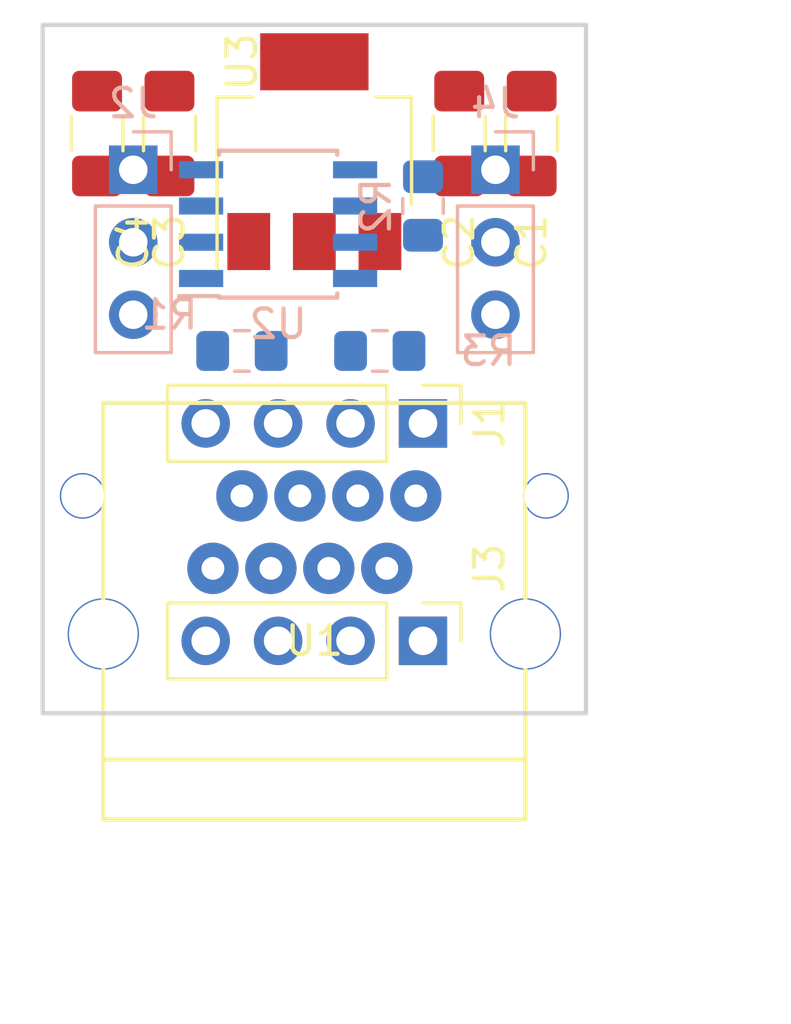
<source format=kicad_pcb>
(kicad_pcb (version 20171130) (host pcbnew 5.0.0)

  (general
    (thickness 1.6)
    (drawings 6)
    (tracks 0)
    (zones 0)
    (modules 14)
    (nets 9)
  )

  (page A4)
  (layers
    (0 F.Cu signal)
    (31 B.Cu signal)
    (32 B.Adhes user)
    (33 F.Adhes user)
    (34 B.Paste user)
    (35 F.Paste user)
    (36 B.SilkS user)
    (37 F.SilkS user)
    (38 B.Mask user)
    (39 F.Mask user)
    (40 Dwgs.User user)
    (41 Cmts.User user)
    (42 Eco1.User user)
    (43 Eco2.User user)
    (44 Edge.Cuts user)
    (45 Margin user)
    (46 B.CrtYd user)
    (47 F.CrtYd user)
    (48 B.Fab user)
    (49 F.Fab user)
  )

  (setup
    (last_trace_width 0.25)
    (trace_clearance 0.2)
    (zone_clearance 0.508)
    (zone_45_only no)
    (trace_min 0.2)
    (segment_width 0.2)
    (edge_width 0.15)
    (via_size 0.8)
    (via_drill 0.4)
    (via_min_size 0.4)
    (via_min_drill 0.3)
    (uvia_size 0.3)
    (uvia_drill 0.1)
    (uvias_allowed no)
    (uvia_min_size 0.2)
    (uvia_min_drill 0.1)
    (pcb_text_width 0.3)
    (pcb_text_size 1.5 1.5)
    (mod_edge_width 0.15)
    (mod_text_size 1 1)
    (mod_text_width 0.15)
    (pad_size 1.524 1.524)
    (pad_drill 0.762)
    (pad_to_mask_clearance 0.2)
    (aux_axis_origin 0 0)
    (visible_elements FFFFFF7F)
    (pcbplotparams
      (layerselection 0x010f0_ffffffff)
      (usegerberextensions true)
      (usegerberattributes false)
      (usegerberadvancedattributes false)
      (creategerberjobfile false)
      (excludeedgelayer true)
      (linewidth 0.100000)
      (plotframeref false)
      (viasonmask false)
      (mode 1)
      (useauxorigin false)
      (hpglpennumber 1)
      (hpglpenspeed 20)
      (hpglpendiameter 15.000000)
      (psnegative false)
      (psa4output false)
      (plotreference true)
      (plotvalue true)
      (plotinvisibletext false)
      (padsonsilk false)
      (subtractmaskfromsilk true)
      (outputformat 1)
      (mirror false)
      (drillshape 0)
      (scaleselection 1)
      (outputdirectory ""))
  )

  (net 0 "")
  (net 1 VCC)
  (net 2 GND)
  (net 3 +3V3)
  (net 4 /B)
  (net 5 /A)
  (net 6 /RTS)
  (net 7 /RX)
  (net 8 /TX)

  (net_class Default "これはデフォルトのネット クラスです。"
    (clearance 0.2)
    (trace_width 0.25)
    (via_dia 0.8)
    (via_drill 0.4)
    (uvia_dia 0.3)
    (uvia_drill 0.1)
    (add_net /A)
    (add_net /B)
    (add_net /RTS)
    (add_net /RX)
    (add_net /TX)
  )

  (net_class Power ""
    (clearance 0.2)
    (trace_width 0.5)
    (via_dia 0.8)
    (via_drill 0.4)
    (uvia_dia 0.3)
    (uvia_drill 0.1)
    (add_net +3V3)
    (add_net GND)
    (add_net VCC)
  )

  (module 7810-8P8C:7810-8P8C (layer F.Cu) (tedit 598A7AE1) (tstamp 5B932B96)
    (at 148.59 95.25)
    (path /5B9329F5)
    (fp_text reference U1 (at 0 2.54) (layer F.SilkS)
      (effects (font (size 1 1) (thickness 0.15)))
    )
    (fp_text value 7810-8P8C (at 0 7.62) (layer F.Fab)
      (effects (font (size 1 1) (thickness 0.15)))
    )
    (fp_line (start -7.4 6.7) (end 7.4 6.7) (layer F.SilkS) (width 0.15))
    (fp_line (start -7.4 8.8) (end 7.4 8.8) (layer F.SilkS) (width 0.15))
    (fp_line (start 6.4 -5.8) (end 7.4 -5.8) (layer F.SilkS) (width 0.15))
    (fp_line (start 7.4 -5.8) (end 7.4 8.8) (layer F.SilkS) (width 0.15))
    (fp_line (start 6.4 -5.8) (end -7.4 -5.8) (layer F.SilkS) (width 0.15))
    (fp_line (start -7.4 -5.8) (end -7.4 8.8) (layer F.SilkS) (width 0.15))
    (pad 1 thru_hole circle (at 3.556 -2.54) (size 1.8 1.8) (drill 0.8) (layers *.Cu *.Mask)
      (net 1 VCC))
    (pad 2 thru_hole circle (at 2.54 0) (size 1.8 1.8) (drill 0.8) (layers *.Cu *.Mask)
      (net 1 VCC))
    (pad 3 thru_hole circle (at 1.524 -2.54) (size 1.8 1.8) (drill 0.8) (layers *.Cu *.Mask)
      (net 4 /B))
    (pad 4 thru_hole circle (at 0.508 0) (size 1.8 1.8) (drill 0.8) (layers *.Cu *.Mask)
      (net 4 /B))
    (pad 5 thru_hole circle (at -0.508 -2.54) (size 1.8 1.8) (drill 0.8) (layers *.Cu *.Mask)
      (net 5 /A))
    (pad 6 thru_hole circle (at -1.524 0) (size 1.8 1.8) (drill 0.8) (layers *.Cu *.Mask)
      (net 5 /A))
    (pad 7 thru_hole circle (at -2.54 -2.54) (size 1.8 1.8) (drill 0.8) (layers *.Cu *.Mask)
      (net 2 GND))
    (pad 8 thru_hole circle (at -3.556 0) (size 1.8 1.8) (drill 0.8) (layers *.Cu *.Mask)
      (net 2 GND))
    (pad "" np_thru_hole circle (at -8.125 -2.54) (size 1.6 1.6) (drill 1.5) (layers *.Cu *.Mask))
    (pad "" np_thru_hole circle (at 8.125 -2.54) (size 1.6 1.6) (drill 1.5) (layers *.Cu *.Mask))
    (pad "" np_thru_hole circle (at -7.4 2.3) (size 2.5 2.5) (drill 2.4) (layers *.Cu *.Mask))
    (pad "" np_thru_hole circle (at 7.4 2.3) (size 2.5 2.5) (drill 2.4) (layers *.Cu *.Mask))
  )

  (module Connector_PinHeader_2.54mm:PinHeader_1x04_P2.54mm_Vertical (layer F.Cu) (tedit 59FED5CC) (tstamp 5B97032F)
    (at 152.4 90.17 270)
    (descr "Through hole straight pin header, 1x04, 2.54mm pitch, single row")
    (tags "Through hole pin header THT 1x04 2.54mm single row")
    (path /5B932CE2)
    (fp_text reference J1 (at 0 -2.33 270) (layer F.SilkS)
      (effects (font (size 1 1) (thickness 0.15)))
    )
    (fp_text value Conn_01x04 (at 0 9.95 270) (layer F.Fab)
      (effects (font (size 1 1) (thickness 0.15)))
    )
    (fp_line (start -0.635 -1.27) (end 1.27 -1.27) (layer F.Fab) (width 0.1))
    (fp_line (start 1.27 -1.27) (end 1.27 8.89) (layer F.Fab) (width 0.1))
    (fp_line (start 1.27 8.89) (end -1.27 8.89) (layer F.Fab) (width 0.1))
    (fp_line (start -1.27 8.89) (end -1.27 -0.635) (layer F.Fab) (width 0.1))
    (fp_line (start -1.27 -0.635) (end -0.635 -1.27) (layer F.Fab) (width 0.1))
    (fp_line (start -1.33 8.95) (end 1.33 8.95) (layer F.SilkS) (width 0.12))
    (fp_line (start -1.33 1.27) (end -1.33 8.95) (layer F.SilkS) (width 0.12))
    (fp_line (start 1.33 1.27) (end 1.33 8.95) (layer F.SilkS) (width 0.12))
    (fp_line (start -1.33 1.27) (end 1.33 1.27) (layer F.SilkS) (width 0.12))
    (fp_line (start -1.33 0) (end -1.33 -1.33) (layer F.SilkS) (width 0.12))
    (fp_line (start -1.33 -1.33) (end 0 -1.33) (layer F.SilkS) (width 0.12))
    (fp_line (start -1.8 -1.8) (end -1.8 9.4) (layer F.CrtYd) (width 0.05))
    (fp_line (start -1.8 9.4) (end 1.8 9.4) (layer F.CrtYd) (width 0.05))
    (fp_line (start 1.8 9.4) (end 1.8 -1.8) (layer F.CrtYd) (width 0.05))
    (fp_line (start 1.8 -1.8) (end -1.8 -1.8) (layer F.CrtYd) (width 0.05))
    (fp_text user %R (at 0 3.81) (layer F.Fab)
      (effects (font (size 1 1) (thickness 0.15)))
    )
    (pad 1 thru_hole rect (at 0 0 270) (size 1.7 1.7) (drill 1) (layers *.Cu *.Mask)
      (net 1 VCC))
    (pad 2 thru_hole oval (at 0 2.54 270) (size 1.7 1.7) (drill 1) (layers *.Cu *.Mask)
      (net 4 /B))
    (pad 3 thru_hole oval (at 0 5.08 270) (size 1.7 1.7) (drill 1) (layers *.Cu *.Mask)
      (net 5 /A))
    (pad 4 thru_hole oval (at 0 7.62 270) (size 1.7 1.7) (drill 1) (layers *.Cu *.Mask)
      (net 2 GND))
    (model ${KISYS3DMOD}/Connector_PinHeader_2.54mm.3dshapes/PinHeader_1x04_P2.54mm_Vertical.wrl
      (at (xyz 0 0 0))
      (scale (xyz 1 1 1))
      (rotate (xyz 0 0 0))
    )
  )

  (module Capacitor_SMD:C_1206_3216Metric_Pad1.42x1.75mm_HandSolder (layer F.Cu) (tedit 5B301BBE) (tstamp 5BCBC9CF)
    (at 156.21 80.01 270)
    (descr "Capacitor SMD 1206 (3216 Metric), square (rectangular) end terminal, IPC_7351 nominal with elongated pad for handsoldering. (Body size source: http://www.tortai-tech.com/upload/download/2011102023233369053.pdf), generated with kicad-footprint-generator")
    (tags "capacitor handsolder")
    (path /5BCCEB3A)
    (attr smd)
    (fp_text reference C1 (at 3.81 0 270) (layer F.SilkS)
      (effects (font (size 1 1) (thickness 0.15)))
    )
    (fp_text value 0.1uF (at 0 1.82 270) (layer F.Fab)
      (effects (font (size 1 1) (thickness 0.15)))
    )
    (fp_line (start -1.6 0.8) (end -1.6 -0.8) (layer F.Fab) (width 0.1))
    (fp_line (start -1.6 -0.8) (end 1.6 -0.8) (layer F.Fab) (width 0.1))
    (fp_line (start 1.6 -0.8) (end 1.6 0.8) (layer F.Fab) (width 0.1))
    (fp_line (start 1.6 0.8) (end -1.6 0.8) (layer F.Fab) (width 0.1))
    (fp_line (start -0.602064 -0.91) (end 0.602064 -0.91) (layer F.SilkS) (width 0.12))
    (fp_line (start -0.602064 0.91) (end 0.602064 0.91) (layer F.SilkS) (width 0.12))
    (fp_line (start -2.45 1.12) (end -2.45 -1.12) (layer F.CrtYd) (width 0.05))
    (fp_line (start -2.45 -1.12) (end 2.45 -1.12) (layer F.CrtYd) (width 0.05))
    (fp_line (start 2.45 -1.12) (end 2.45 1.12) (layer F.CrtYd) (width 0.05))
    (fp_line (start 2.45 1.12) (end -2.45 1.12) (layer F.CrtYd) (width 0.05))
    (fp_text user %R (at 0 0 270) (layer F.Fab)
      (effects (font (size 0.8 0.8) (thickness 0.12)))
    )
    (pad 1 smd roundrect (at -1.4875 0 270) (size 1.425 1.75) (layers F.Cu F.Paste F.Mask) (roundrect_rratio 0.175439)
      (net 1 VCC))
    (pad 2 smd roundrect (at 1.4875 0 270) (size 1.425 1.75) (layers F.Cu F.Paste F.Mask) (roundrect_rratio 0.175439)
      (net 2 GND))
    (model ${KISYS3DMOD}/Capacitor_SMD.3dshapes/C_1206_3216Metric.wrl
      (at (xyz 0 0 0))
      (scale (xyz 1 1 1))
      (rotate (xyz 0 0 0))
    )
  )

  (module Capacitor_SMD:C_1206_3216Metric_Pad1.42x1.75mm_HandSolder (layer F.Cu) (tedit 5B301BBE) (tstamp 5BCBC9E0)
    (at 153.67 80.01 270)
    (descr "Capacitor SMD 1206 (3216 Metric), square (rectangular) end terminal, IPC_7351 nominal with elongated pad for handsoldering. (Body size source: http://www.tortai-tech.com/upload/download/2011102023233369053.pdf), generated with kicad-footprint-generator")
    (tags "capacitor handsolder")
    (path /5BCCEC74)
    (attr smd)
    (fp_text reference C2 (at 3.81 0 270) (layer F.SilkS)
      (effects (font (size 1 1) (thickness 0.15)))
    )
    (fp_text value 10uF (at 0 1.82 270) (layer F.Fab)
      (effects (font (size 1 1) (thickness 0.15)))
    )
    (fp_text user %R (at 0 0 270) (layer F.Fab)
      (effects (font (size 0.8 0.8) (thickness 0.12)))
    )
    (fp_line (start 2.45 1.12) (end -2.45 1.12) (layer F.CrtYd) (width 0.05))
    (fp_line (start 2.45 -1.12) (end 2.45 1.12) (layer F.CrtYd) (width 0.05))
    (fp_line (start -2.45 -1.12) (end 2.45 -1.12) (layer F.CrtYd) (width 0.05))
    (fp_line (start -2.45 1.12) (end -2.45 -1.12) (layer F.CrtYd) (width 0.05))
    (fp_line (start -0.602064 0.91) (end 0.602064 0.91) (layer F.SilkS) (width 0.12))
    (fp_line (start -0.602064 -0.91) (end 0.602064 -0.91) (layer F.SilkS) (width 0.12))
    (fp_line (start 1.6 0.8) (end -1.6 0.8) (layer F.Fab) (width 0.1))
    (fp_line (start 1.6 -0.8) (end 1.6 0.8) (layer F.Fab) (width 0.1))
    (fp_line (start -1.6 -0.8) (end 1.6 -0.8) (layer F.Fab) (width 0.1))
    (fp_line (start -1.6 0.8) (end -1.6 -0.8) (layer F.Fab) (width 0.1))
    (pad 2 smd roundrect (at 1.4875 0 270) (size 1.425 1.75) (layers F.Cu F.Paste F.Mask) (roundrect_rratio 0.175439)
      (net 2 GND))
    (pad 1 smd roundrect (at -1.4875 0 270) (size 1.425 1.75) (layers F.Cu F.Paste F.Mask) (roundrect_rratio 0.175439)
      (net 1 VCC))
    (model ${KISYS3DMOD}/Capacitor_SMD.3dshapes/C_1206_3216Metric.wrl
      (at (xyz 0 0 0))
      (scale (xyz 1 1 1))
      (rotate (xyz 0 0 0))
    )
  )

  (module Capacitor_SMD:C_1206_3216Metric_Pad1.42x1.75mm_HandSolder (layer F.Cu) (tedit 5B301BBE) (tstamp 5BCBC9F1)
    (at 143.51 80.01 270)
    (descr "Capacitor SMD 1206 (3216 Metric), square (rectangular) end terminal, IPC_7351 nominal with elongated pad for handsoldering. (Body size source: http://www.tortai-tech.com/upload/download/2011102023233369053.pdf), generated with kicad-footprint-generator")
    (tags "capacitor handsolder")
    (path /5BCCEE2D)
    (attr smd)
    (fp_text reference C3 (at 3.81 0 270) (layer F.SilkS)
      (effects (font (size 1 1) (thickness 0.15)))
    )
    (fp_text value 10uF (at 0 1.82 270) (layer F.Fab)
      (effects (font (size 1 1) (thickness 0.15)))
    )
    (fp_line (start -1.6 0.8) (end -1.6 -0.8) (layer F.Fab) (width 0.1))
    (fp_line (start -1.6 -0.8) (end 1.6 -0.8) (layer F.Fab) (width 0.1))
    (fp_line (start 1.6 -0.8) (end 1.6 0.8) (layer F.Fab) (width 0.1))
    (fp_line (start 1.6 0.8) (end -1.6 0.8) (layer F.Fab) (width 0.1))
    (fp_line (start -0.602064 -0.91) (end 0.602064 -0.91) (layer F.SilkS) (width 0.12))
    (fp_line (start -0.602064 0.91) (end 0.602064 0.91) (layer F.SilkS) (width 0.12))
    (fp_line (start -2.45 1.12) (end -2.45 -1.12) (layer F.CrtYd) (width 0.05))
    (fp_line (start -2.45 -1.12) (end 2.45 -1.12) (layer F.CrtYd) (width 0.05))
    (fp_line (start 2.45 -1.12) (end 2.45 1.12) (layer F.CrtYd) (width 0.05))
    (fp_line (start 2.45 1.12) (end -2.45 1.12) (layer F.CrtYd) (width 0.05))
    (fp_text user %R (at 0 0 270) (layer F.Fab)
      (effects (font (size 0.8 0.8) (thickness 0.12)))
    )
    (pad 1 smd roundrect (at -1.4875 0 270) (size 1.425 1.75) (layers F.Cu F.Paste F.Mask) (roundrect_rratio 0.175439)
      (net 3 +3V3))
    (pad 2 smd roundrect (at 1.4875 0 270) (size 1.425 1.75) (layers F.Cu F.Paste F.Mask) (roundrect_rratio 0.175439)
      (net 2 GND))
    (model ${KISYS3DMOD}/Capacitor_SMD.3dshapes/C_1206_3216Metric.wrl
      (at (xyz 0 0 0))
      (scale (xyz 1 1 1))
      (rotate (xyz 0 0 0))
    )
  )

  (module Capacitor_SMD:C_1206_3216Metric_Pad1.42x1.75mm_HandSolder (layer F.Cu) (tedit 5B301BBE) (tstamp 5BCBCA02)
    (at 140.97 80.01 270)
    (descr "Capacitor SMD 1206 (3216 Metric), square (rectangular) end terminal, IPC_7351 nominal with elongated pad for handsoldering. (Body size source: http://www.tortai-tech.com/upload/download/2011102023233369053.pdf), generated with kicad-footprint-generator")
    (tags "capacitor handsolder")
    (path /5BCCEE33)
    (attr smd)
    (fp_text reference C4 (at 3.81 -1.27 270) (layer F.SilkS)
      (effects (font (size 1 1) (thickness 0.15)))
    )
    (fp_text value 0.1uF (at 0 1.82 270) (layer F.Fab)
      (effects (font (size 1 1) (thickness 0.15)))
    )
    (fp_text user %R (at 0 0 270) (layer F.Fab)
      (effects (font (size 0.8 0.8) (thickness 0.12)))
    )
    (fp_line (start 2.45 1.12) (end -2.45 1.12) (layer F.CrtYd) (width 0.05))
    (fp_line (start 2.45 -1.12) (end 2.45 1.12) (layer F.CrtYd) (width 0.05))
    (fp_line (start -2.45 -1.12) (end 2.45 -1.12) (layer F.CrtYd) (width 0.05))
    (fp_line (start -2.45 1.12) (end -2.45 -1.12) (layer F.CrtYd) (width 0.05))
    (fp_line (start -0.602064 0.91) (end 0.602064 0.91) (layer F.SilkS) (width 0.12))
    (fp_line (start -0.602064 -0.91) (end 0.602064 -0.91) (layer F.SilkS) (width 0.12))
    (fp_line (start 1.6 0.8) (end -1.6 0.8) (layer F.Fab) (width 0.1))
    (fp_line (start 1.6 -0.8) (end 1.6 0.8) (layer F.Fab) (width 0.1))
    (fp_line (start -1.6 -0.8) (end 1.6 -0.8) (layer F.Fab) (width 0.1))
    (fp_line (start -1.6 0.8) (end -1.6 -0.8) (layer F.Fab) (width 0.1))
    (pad 2 smd roundrect (at 1.4875 0 270) (size 1.425 1.75) (layers F.Cu F.Paste F.Mask) (roundrect_rratio 0.175439)
      (net 2 GND))
    (pad 1 smd roundrect (at -1.4875 0 270) (size 1.425 1.75) (layers F.Cu F.Paste F.Mask) (roundrect_rratio 0.175439)
      (net 3 +3V3))
    (model ${KISYS3DMOD}/Capacitor_SMD.3dshapes/C_1206_3216Metric.wrl
      (at (xyz 0 0 0))
      (scale (xyz 1 1 1))
      (rotate (xyz 0 0 0))
    )
  )

  (module Connector_PinHeader_2.54mm:PinHeader_1x03_P2.54mm_Vertical (layer B.Cu) (tedit 59FED5CC) (tstamp 5BCBCA19)
    (at 142.24 81.28 180)
    (descr "Through hole straight pin header, 1x03, 2.54mm pitch, single row")
    (tags "Through hole pin header THT 1x03 2.54mm single row")
    (path /5BCBAEB7)
    (fp_text reference J2 (at 0 2.33 180) (layer B.SilkS)
      (effects (font (size 1 1) (thickness 0.15)) (justify mirror))
    )
    (fp_text value Conn_01x03 (at 0 -7.41 180) (layer B.Fab)
      (effects (font (size 1 1) (thickness 0.15)) (justify mirror))
    )
    (fp_text user %R (at 0 -2.54 90) (layer B.Fab)
      (effects (font (size 1 1) (thickness 0.15)) (justify mirror))
    )
    (fp_line (start 1.8 1.8) (end -1.8 1.8) (layer B.CrtYd) (width 0.05))
    (fp_line (start 1.8 -6.85) (end 1.8 1.8) (layer B.CrtYd) (width 0.05))
    (fp_line (start -1.8 -6.85) (end 1.8 -6.85) (layer B.CrtYd) (width 0.05))
    (fp_line (start -1.8 1.8) (end -1.8 -6.85) (layer B.CrtYd) (width 0.05))
    (fp_line (start -1.33 1.33) (end 0 1.33) (layer B.SilkS) (width 0.12))
    (fp_line (start -1.33 0) (end -1.33 1.33) (layer B.SilkS) (width 0.12))
    (fp_line (start -1.33 -1.27) (end 1.33 -1.27) (layer B.SilkS) (width 0.12))
    (fp_line (start 1.33 -1.27) (end 1.33 -6.41) (layer B.SilkS) (width 0.12))
    (fp_line (start -1.33 -1.27) (end -1.33 -6.41) (layer B.SilkS) (width 0.12))
    (fp_line (start -1.33 -6.41) (end 1.33 -6.41) (layer B.SilkS) (width 0.12))
    (fp_line (start -1.27 0.635) (end -0.635 1.27) (layer B.Fab) (width 0.1))
    (fp_line (start -1.27 -6.35) (end -1.27 0.635) (layer B.Fab) (width 0.1))
    (fp_line (start 1.27 -6.35) (end -1.27 -6.35) (layer B.Fab) (width 0.1))
    (fp_line (start 1.27 1.27) (end 1.27 -6.35) (layer B.Fab) (width 0.1))
    (fp_line (start -0.635 1.27) (end 1.27 1.27) (layer B.Fab) (width 0.1))
    (pad 3 thru_hole oval (at 0 -5.08 180) (size 1.7 1.7) (drill 1) (layers *.Cu *.Mask)
      (net 6 /RTS))
    (pad 2 thru_hole oval (at 0 -2.54 180) (size 1.7 1.7) (drill 1) (layers *.Cu *.Mask)
      (net 7 /RX))
    (pad 1 thru_hole rect (at 0 0 180) (size 1.7 1.7) (drill 1) (layers *.Cu *.Mask)
      (net 8 /TX))
    (model ${KISYS3DMOD}/Connector_PinHeader_2.54mm.3dshapes/PinHeader_1x03_P2.54mm_Vertical.wrl
      (at (xyz 0 0 0))
      (scale (xyz 1 1 1))
      (rotate (xyz 0 0 0))
    )
  )

  (module Connector_PinHeader_2.54mm:PinHeader_1x04_P2.54mm_Vertical (layer F.Cu) (tedit 59FED5CC) (tstamp 5BCBCA31)
    (at 152.4 97.79 270)
    (descr "Through hole straight pin header, 1x04, 2.54mm pitch, single row")
    (tags "Through hole pin header THT 1x04 2.54mm single row")
    (path /5BCD736D)
    (fp_text reference J3 (at -2.54 -2.33 270) (layer F.SilkS)
      (effects (font (size 1 1) (thickness 0.15)))
    )
    (fp_text value Conn_01x04 (at 0 9.95 270) (layer F.Fab)
      (effects (font (size 1 1) (thickness 0.15)))
    )
    (fp_line (start -0.635 -1.27) (end 1.27 -1.27) (layer F.Fab) (width 0.1))
    (fp_line (start 1.27 -1.27) (end 1.27 8.89) (layer F.Fab) (width 0.1))
    (fp_line (start 1.27 8.89) (end -1.27 8.89) (layer F.Fab) (width 0.1))
    (fp_line (start -1.27 8.89) (end -1.27 -0.635) (layer F.Fab) (width 0.1))
    (fp_line (start -1.27 -0.635) (end -0.635 -1.27) (layer F.Fab) (width 0.1))
    (fp_line (start -1.33 8.95) (end 1.33 8.95) (layer F.SilkS) (width 0.12))
    (fp_line (start -1.33 1.27) (end -1.33 8.95) (layer F.SilkS) (width 0.12))
    (fp_line (start 1.33 1.27) (end 1.33 8.95) (layer F.SilkS) (width 0.12))
    (fp_line (start -1.33 1.27) (end 1.33 1.27) (layer F.SilkS) (width 0.12))
    (fp_line (start -1.33 0) (end -1.33 -1.33) (layer F.SilkS) (width 0.12))
    (fp_line (start -1.33 -1.33) (end 0 -1.33) (layer F.SilkS) (width 0.12))
    (fp_line (start -1.8 -1.8) (end -1.8 9.4) (layer F.CrtYd) (width 0.05))
    (fp_line (start -1.8 9.4) (end 1.8 9.4) (layer F.CrtYd) (width 0.05))
    (fp_line (start 1.8 9.4) (end 1.8 -1.8) (layer F.CrtYd) (width 0.05))
    (fp_line (start 1.8 -1.8) (end -1.8 -1.8) (layer F.CrtYd) (width 0.05))
    (fp_text user %R (at 0 3.81) (layer F.Fab)
      (effects (font (size 1 1) (thickness 0.15)))
    )
    (pad 1 thru_hole rect (at 0 0 270) (size 1.7 1.7) (drill 1) (layers *.Cu *.Mask)
      (net 1 VCC))
    (pad 2 thru_hole oval (at 0 2.54 270) (size 1.7 1.7) (drill 1) (layers *.Cu *.Mask)
      (net 4 /B))
    (pad 3 thru_hole oval (at 0 5.08 270) (size 1.7 1.7) (drill 1) (layers *.Cu *.Mask)
      (net 5 /A))
    (pad 4 thru_hole oval (at 0 7.62 270) (size 1.7 1.7) (drill 1) (layers *.Cu *.Mask)
      (net 2 GND))
    (model ${KISYS3DMOD}/Connector_PinHeader_2.54mm.3dshapes/PinHeader_1x04_P2.54mm_Vertical.wrl
      (at (xyz 0 0 0))
      (scale (xyz 1 1 1))
      (rotate (xyz 0 0 0))
    )
  )

  (module Connector_PinHeader_2.54mm:PinHeader_1x03_P2.54mm_Vertical (layer B.Cu) (tedit 59FED5CC) (tstamp 5BCBCA48)
    (at 154.94 81.28 180)
    (descr "Through hole straight pin header, 1x03, 2.54mm pitch, single row")
    (tags "Through hole pin header THT 1x03 2.54mm single row")
    (path /5BCBAE10)
    (fp_text reference J4 (at 0 2.33 180) (layer B.SilkS)
      (effects (font (size 1 1) (thickness 0.15)) (justify mirror))
    )
    (fp_text value Conn_01x03 (at 0 -7.41 180) (layer B.Fab)
      (effects (font (size 1 1) (thickness 0.15)) (justify mirror))
    )
    (fp_line (start -0.635 1.27) (end 1.27 1.27) (layer B.Fab) (width 0.1))
    (fp_line (start 1.27 1.27) (end 1.27 -6.35) (layer B.Fab) (width 0.1))
    (fp_line (start 1.27 -6.35) (end -1.27 -6.35) (layer B.Fab) (width 0.1))
    (fp_line (start -1.27 -6.35) (end -1.27 0.635) (layer B.Fab) (width 0.1))
    (fp_line (start -1.27 0.635) (end -0.635 1.27) (layer B.Fab) (width 0.1))
    (fp_line (start -1.33 -6.41) (end 1.33 -6.41) (layer B.SilkS) (width 0.12))
    (fp_line (start -1.33 -1.27) (end -1.33 -6.41) (layer B.SilkS) (width 0.12))
    (fp_line (start 1.33 -1.27) (end 1.33 -6.41) (layer B.SilkS) (width 0.12))
    (fp_line (start -1.33 -1.27) (end 1.33 -1.27) (layer B.SilkS) (width 0.12))
    (fp_line (start -1.33 0) (end -1.33 1.33) (layer B.SilkS) (width 0.12))
    (fp_line (start -1.33 1.33) (end 0 1.33) (layer B.SilkS) (width 0.12))
    (fp_line (start -1.8 1.8) (end -1.8 -6.85) (layer B.CrtYd) (width 0.05))
    (fp_line (start -1.8 -6.85) (end 1.8 -6.85) (layer B.CrtYd) (width 0.05))
    (fp_line (start 1.8 -6.85) (end 1.8 1.8) (layer B.CrtYd) (width 0.05))
    (fp_line (start 1.8 1.8) (end -1.8 1.8) (layer B.CrtYd) (width 0.05))
    (fp_text user %R (at 0 -2.54 90) (layer B.Fab)
      (effects (font (size 1 1) (thickness 0.15)) (justify mirror))
    )
    (pad 1 thru_hole rect (at 0 0 180) (size 1.7 1.7) (drill 1) (layers *.Cu *.Mask)
      (net 1 VCC))
    (pad 2 thru_hole oval (at 0 -2.54 180) (size 1.7 1.7) (drill 1) (layers *.Cu *.Mask)
      (net 3 +3V3))
    (pad 3 thru_hole oval (at 0 -5.08 180) (size 1.7 1.7) (drill 1) (layers *.Cu *.Mask)
      (net 2 GND))
    (model ${KISYS3DMOD}/Connector_PinHeader_2.54mm.3dshapes/PinHeader_1x03_P2.54mm_Vertical.wrl
      (at (xyz 0 0 0))
      (scale (xyz 1 1 1))
      (rotate (xyz 0 0 0))
    )
  )

  (module Resistor_SMD:R_0805_2012Metric_Pad1.15x1.40mm_HandSolder (layer B.Cu) (tedit 5B36C52B) (tstamp 5BCBCA59)
    (at 146.05 87.63)
    (descr "Resistor SMD 0805 (2012 Metric), square (rectangular) end terminal, IPC_7351 nominal with elongated pad for handsoldering. (Body size source: https://docs.google.com/spreadsheets/d/1BsfQQcO9C6DZCsRaXUlFlo91Tg2WpOkGARC1WS5S8t0/edit?usp=sharing), generated with kicad-footprint-generator")
    (tags "resistor handsolder")
    (path /5BCC37D6)
    (attr smd)
    (fp_text reference R1 (at -2.54 -1.27) (layer B.SilkS)
      (effects (font (size 1 1) (thickness 0.15)) (justify mirror))
    )
    (fp_text value 20k (at 0 -1.65) (layer B.Fab)
      (effects (font (size 1 1) (thickness 0.15)) (justify mirror))
    )
    (fp_text user %R (at 0 0) (layer B.Fab)
      (effects (font (size 0.5 0.5) (thickness 0.08)) (justify mirror))
    )
    (fp_line (start 1.85 -0.95) (end -1.85 -0.95) (layer B.CrtYd) (width 0.05))
    (fp_line (start 1.85 0.95) (end 1.85 -0.95) (layer B.CrtYd) (width 0.05))
    (fp_line (start -1.85 0.95) (end 1.85 0.95) (layer B.CrtYd) (width 0.05))
    (fp_line (start -1.85 -0.95) (end -1.85 0.95) (layer B.CrtYd) (width 0.05))
    (fp_line (start -0.261252 -0.71) (end 0.261252 -0.71) (layer B.SilkS) (width 0.12))
    (fp_line (start -0.261252 0.71) (end 0.261252 0.71) (layer B.SilkS) (width 0.12))
    (fp_line (start 1 -0.6) (end -1 -0.6) (layer B.Fab) (width 0.1))
    (fp_line (start 1 0.6) (end 1 -0.6) (layer B.Fab) (width 0.1))
    (fp_line (start -1 0.6) (end 1 0.6) (layer B.Fab) (width 0.1))
    (fp_line (start -1 -0.6) (end -1 0.6) (layer B.Fab) (width 0.1))
    (pad 2 smd roundrect (at 1.025 0) (size 1.15 1.4) (layers B.Cu B.Paste B.Mask) (roundrect_rratio 0.217391)
      (net 4 /B))
    (pad 1 smd roundrect (at -1.025 0) (size 1.15 1.4) (layers B.Cu B.Paste B.Mask) (roundrect_rratio 0.217391)
      (net 2 GND))
    (model ${KISYS3DMOD}/Resistor_SMD.3dshapes/R_0805_2012Metric.wrl
      (at (xyz 0 0 0))
      (scale (xyz 1 1 1))
      (rotate (xyz 0 0 0))
    )
  )

  (module Resistor_SMD:R_0805_2012Metric_Pad1.15x1.40mm_HandSolder (layer B.Cu) (tedit 5B36C52B) (tstamp 5BCBCA6A)
    (at 152.4 82.55 270)
    (descr "Resistor SMD 0805 (2012 Metric), square (rectangular) end terminal, IPC_7351 nominal with elongated pad for handsoldering. (Body size source: https://docs.google.com/spreadsheets/d/1BsfQQcO9C6DZCsRaXUlFlo91Tg2WpOkGARC1WS5S8t0/edit?usp=sharing), generated with kicad-footprint-generator")
    (tags "resistor handsolder")
    (path /5BCC3850)
    (attr smd)
    (fp_text reference R2 (at 0 1.65 270) (layer B.SilkS)
      (effects (font (size 1 1) (thickness 0.15)) (justify mirror))
    )
    (fp_text value 120 (at 0 -1.65 270) (layer B.Fab)
      (effects (font (size 1 1) (thickness 0.15)) (justify mirror))
    )
    (fp_line (start -1 -0.6) (end -1 0.6) (layer B.Fab) (width 0.1))
    (fp_line (start -1 0.6) (end 1 0.6) (layer B.Fab) (width 0.1))
    (fp_line (start 1 0.6) (end 1 -0.6) (layer B.Fab) (width 0.1))
    (fp_line (start 1 -0.6) (end -1 -0.6) (layer B.Fab) (width 0.1))
    (fp_line (start -0.261252 0.71) (end 0.261252 0.71) (layer B.SilkS) (width 0.12))
    (fp_line (start -0.261252 -0.71) (end 0.261252 -0.71) (layer B.SilkS) (width 0.12))
    (fp_line (start -1.85 -0.95) (end -1.85 0.95) (layer B.CrtYd) (width 0.05))
    (fp_line (start -1.85 0.95) (end 1.85 0.95) (layer B.CrtYd) (width 0.05))
    (fp_line (start 1.85 0.95) (end 1.85 -0.95) (layer B.CrtYd) (width 0.05))
    (fp_line (start 1.85 -0.95) (end -1.85 -0.95) (layer B.CrtYd) (width 0.05))
    (fp_text user %R (at 0 0 270) (layer B.Fab)
      (effects (font (size 0.5 0.5) (thickness 0.08)) (justify mirror))
    )
    (pad 1 smd roundrect (at -1.025 0 270) (size 1.15 1.4) (layers B.Cu B.Paste B.Mask) (roundrect_rratio 0.217391)
      (net 5 /A))
    (pad 2 smd roundrect (at 1.025 0 270) (size 1.15 1.4) (layers B.Cu B.Paste B.Mask) (roundrect_rratio 0.217391)
      (net 4 /B))
    (model ${KISYS3DMOD}/Resistor_SMD.3dshapes/R_0805_2012Metric.wrl
      (at (xyz 0 0 0))
      (scale (xyz 1 1 1))
      (rotate (xyz 0 0 0))
    )
  )

  (module Resistor_SMD:R_0805_2012Metric_Pad1.15x1.40mm_HandSolder (layer B.Cu) (tedit 5B36C52B) (tstamp 5BCBCA7B)
    (at 150.885 87.63)
    (descr "Resistor SMD 0805 (2012 Metric), square (rectangular) end terminal, IPC_7351 nominal with elongated pad for handsoldering. (Body size source: https://docs.google.com/spreadsheets/d/1BsfQQcO9C6DZCsRaXUlFlo91Tg2WpOkGARC1WS5S8t0/edit?usp=sharing), generated with kicad-footprint-generator")
    (tags "resistor handsolder")
    (path /5BCC3681)
    (attr smd)
    (fp_text reference R3 (at 3.81 0) (layer B.SilkS)
      (effects (font (size 1 1) (thickness 0.15)) (justify mirror))
    )
    (fp_text value 20k (at 0 -1.65) (layer B.Fab)
      (effects (font (size 1 1) (thickness 0.15)) (justify mirror))
    )
    (fp_line (start -1 -0.6) (end -1 0.6) (layer B.Fab) (width 0.1))
    (fp_line (start -1 0.6) (end 1 0.6) (layer B.Fab) (width 0.1))
    (fp_line (start 1 0.6) (end 1 -0.6) (layer B.Fab) (width 0.1))
    (fp_line (start 1 -0.6) (end -1 -0.6) (layer B.Fab) (width 0.1))
    (fp_line (start -0.261252 0.71) (end 0.261252 0.71) (layer B.SilkS) (width 0.12))
    (fp_line (start -0.261252 -0.71) (end 0.261252 -0.71) (layer B.SilkS) (width 0.12))
    (fp_line (start -1.85 -0.95) (end -1.85 0.95) (layer B.CrtYd) (width 0.05))
    (fp_line (start -1.85 0.95) (end 1.85 0.95) (layer B.CrtYd) (width 0.05))
    (fp_line (start 1.85 0.95) (end 1.85 -0.95) (layer B.CrtYd) (width 0.05))
    (fp_line (start 1.85 -0.95) (end -1.85 -0.95) (layer B.CrtYd) (width 0.05))
    (fp_text user %R (at 0 0) (layer B.Fab)
      (effects (font (size 0.5 0.5) (thickness 0.08)) (justify mirror))
    )
    (pad 1 smd roundrect (at -1.025 0) (size 1.15 1.4) (layers B.Cu B.Paste B.Mask) (roundrect_rratio 0.217391)
      (net 5 /A))
    (pad 2 smd roundrect (at 1.025 0) (size 1.15 1.4) (layers B.Cu B.Paste B.Mask) (roundrect_rratio 0.217391)
      (net 3 +3V3))
    (model ${KISYS3DMOD}/Resistor_SMD.3dshapes/R_0805_2012Metric.wrl
      (at (xyz 0 0 0))
      (scale (xyz 1 1 1))
      (rotate (xyz 0 0 0))
    )
  )

  (module Package_SO:SOIC-8_3.9x4.9mm_P1.27mm (layer B.Cu) (tedit 5A02F2D3) (tstamp 5BCBCA98)
    (at 147.32 83.185)
    (descr "8-Lead Plastic Small Outline (SN) - Narrow, 3.90 mm Body [SOIC] (see Microchip Packaging Specification 00000049BS.pdf)")
    (tags "SOIC 1.27")
    (path /5BCBAFE4)
    (attr smd)
    (fp_text reference U2 (at 0 3.5) (layer B.SilkS)
      (effects (font (size 1 1) (thickness 0.15)) (justify mirror))
    )
    (fp_text value MAX3485 (at 0 -3.5) (layer B.Fab)
      (effects (font (size 1 1) (thickness 0.15)) (justify mirror))
    )
    (fp_text user %R (at 0 0) (layer B.Fab)
      (effects (font (size 1 1) (thickness 0.15)) (justify mirror))
    )
    (fp_line (start -0.95 2.45) (end 1.95 2.45) (layer B.Fab) (width 0.1))
    (fp_line (start 1.95 2.45) (end 1.95 -2.45) (layer B.Fab) (width 0.1))
    (fp_line (start 1.95 -2.45) (end -1.95 -2.45) (layer B.Fab) (width 0.1))
    (fp_line (start -1.95 -2.45) (end -1.95 1.45) (layer B.Fab) (width 0.1))
    (fp_line (start -1.95 1.45) (end -0.95 2.45) (layer B.Fab) (width 0.1))
    (fp_line (start -3.73 2.7) (end -3.73 -2.7) (layer B.CrtYd) (width 0.05))
    (fp_line (start 3.73 2.7) (end 3.73 -2.7) (layer B.CrtYd) (width 0.05))
    (fp_line (start -3.73 2.7) (end 3.73 2.7) (layer B.CrtYd) (width 0.05))
    (fp_line (start -3.73 -2.7) (end 3.73 -2.7) (layer B.CrtYd) (width 0.05))
    (fp_line (start -2.075 2.575) (end -2.075 2.525) (layer B.SilkS) (width 0.15))
    (fp_line (start 2.075 2.575) (end 2.075 2.43) (layer B.SilkS) (width 0.15))
    (fp_line (start 2.075 -2.575) (end 2.075 -2.43) (layer B.SilkS) (width 0.15))
    (fp_line (start -2.075 -2.575) (end -2.075 -2.43) (layer B.SilkS) (width 0.15))
    (fp_line (start -2.075 2.575) (end 2.075 2.575) (layer B.SilkS) (width 0.15))
    (fp_line (start -2.075 -2.575) (end 2.075 -2.575) (layer B.SilkS) (width 0.15))
    (fp_line (start -2.075 2.525) (end -3.475 2.525) (layer B.SilkS) (width 0.15))
    (pad 1 smd rect (at -2.7 1.905) (size 1.55 0.6) (layers B.Cu B.Paste B.Mask)
      (net 7 /RX))
    (pad 2 smd rect (at -2.7 0.635) (size 1.55 0.6) (layers B.Cu B.Paste B.Mask)
      (net 6 /RTS))
    (pad 3 smd rect (at -2.7 -0.635) (size 1.55 0.6) (layers B.Cu B.Paste B.Mask)
      (net 6 /RTS))
    (pad 4 smd rect (at -2.7 -1.905) (size 1.55 0.6) (layers B.Cu B.Paste B.Mask)
      (net 8 /TX))
    (pad 5 smd rect (at 2.7 -1.905) (size 1.55 0.6) (layers B.Cu B.Paste B.Mask)
      (net 2 GND))
    (pad 6 smd rect (at 2.7 -0.635) (size 1.55 0.6) (layers B.Cu B.Paste B.Mask)
      (net 5 /A))
    (pad 7 smd rect (at 2.7 0.635) (size 1.55 0.6) (layers B.Cu B.Paste B.Mask)
      (net 4 /B))
    (pad 8 smd rect (at 2.7 1.905) (size 1.55 0.6) (layers B.Cu B.Paste B.Mask)
      (net 3 +3V3))
    (model ${KISYS3DMOD}/Package_SO.3dshapes/SOIC-8_3.9x4.9mm_P1.27mm.wrl
      (at (xyz 0 0 0))
      (scale (xyz 1 1 1))
      (rotate (xyz 0 0 0))
    )
  )

  (module Package_TO_SOT_SMD:SOT-223-3_TabPin2 (layer F.Cu) (tedit 5A02FF57) (tstamp 5BCBCAAE)
    (at 148.59 80.645 90)
    (descr "module CMS SOT223 4 pins")
    (tags "CMS SOT")
    (path /5BCBB11E)
    (attr smd)
    (fp_text reference U3 (at 3.15 -2.54 90) (layer F.SilkS)
      (effects (font (size 1 1) (thickness 0.15)))
    )
    (fp_text value AMS1117-3.3 (at 0 4.5 90) (layer F.Fab)
      (effects (font (size 1 1) (thickness 0.15)))
    )
    (fp_text user %R (at 0 0 180) (layer F.Fab)
      (effects (font (size 0.8 0.8) (thickness 0.12)))
    )
    (fp_line (start 1.91 3.41) (end 1.91 2.15) (layer F.SilkS) (width 0.12))
    (fp_line (start 1.91 -3.41) (end 1.91 -2.15) (layer F.SilkS) (width 0.12))
    (fp_line (start 4.4 -3.6) (end -4.4 -3.6) (layer F.CrtYd) (width 0.05))
    (fp_line (start 4.4 3.6) (end 4.4 -3.6) (layer F.CrtYd) (width 0.05))
    (fp_line (start -4.4 3.6) (end 4.4 3.6) (layer F.CrtYd) (width 0.05))
    (fp_line (start -4.4 -3.6) (end -4.4 3.6) (layer F.CrtYd) (width 0.05))
    (fp_line (start -1.85 -2.35) (end -0.85 -3.35) (layer F.Fab) (width 0.1))
    (fp_line (start -1.85 -2.35) (end -1.85 3.35) (layer F.Fab) (width 0.1))
    (fp_line (start -1.85 3.41) (end 1.91 3.41) (layer F.SilkS) (width 0.12))
    (fp_line (start -0.85 -3.35) (end 1.85 -3.35) (layer F.Fab) (width 0.1))
    (fp_line (start -4.1 -3.41) (end 1.91 -3.41) (layer F.SilkS) (width 0.12))
    (fp_line (start -1.85 3.35) (end 1.85 3.35) (layer F.Fab) (width 0.1))
    (fp_line (start 1.85 -3.35) (end 1.85 3.35) (layer F.Fab) (width 0.1))
    (pad 2 smd rect (at 3.15 0 90) (size 2 3.8) (layers F.Cu F.Paste F.Mask)
      (net 3 +3V3))
    (pad 2 smd rect (at -3.15 0 90) (size 2 1.5) (layers F.Cu F.Paste F.Mask)
      (net 3 +3V3))
    (pad 3 smd rect (at -3.15 2.3 90) (size 2 1.5) (layers F.Cu F.Paste F.Mask)
      (net 1 VCC))
    (pad 1 smd rect (at -3.15 -2.3 90) (size 2 1.5) (layers F.Cu F.Paste F.Mask)
      (net 2 GND))
    (model ${KISYS3DMOD}/Package_TO_SOT_SMD.3dshapes/SOT-223.wrl
      (at (xyz 0 0 0))
      (scale (xyz 1 1 1))
      (rotate (xyz 0 0 0))
    )
  )

  (dimension 16.51 (width 0.3) (layer Cmts.User)
    (gr_text "16.510 mm" (at 163.39 95.885 270) (layer Cmts.User)
      (effects (font (size 1.5 1.5) (thickness 0.3)))
    )
    (feature1 (pts (xy 159.385 104.14) (xy 161.876421 104.14)))
    (feature2 (pts (xy 159.385 87.63) (xy 161.876421 87.63)))
    (crossbar (pts (xy 161.29 87.63) (xy 161.29 104.14)))
    (arrow1a (pts (xy 161.29 104.14) (xy 160.703579 103.013496)))
    (arrow1b (pts (xy 161.29 104.14) (xy 161.876421 103.013496)))
    (arrow2a (pts (xy 161.29 87.63) (xy 160.703579 88.756504)))
    (arrow2b (pts (xy 161.29 87.63) (xy 161.876421 88.756504)))
  )
  (dimension 18.415 (width 0.3) (layer Cmts.User)
    (gr_text "18.415 mm" (at 148.9075 112.59) (layer Cmts.User)
      (effects (font (size 1.5 1.5) (thickness 0.3)))
    )
    (feature1 (pts (xy 158.115 108.585) (xy 158.115 111.076421)))
    (feature2 (pts (xy 139.7 108.585) (xy 139.7 111.076421)))
    (crossbar (pts (xy 139.7 110.49) (xy 158.115 110.49)))
    (arrow1a (pts (xy 158.115 110.49) (xy 156.988496 111.076421)))
    (arrow1b (pts (xy 158.115 110.49) (xy 156.988496 109.903579)))
    (arrow2a (pts (xy 139.7 110.49) (xy 140.826504 111.076421)))
    (arrow2b (pts (xy 139.7 110.49) (xy 140.826504 109.903579)))
  )
  (gr_line (start 139.065 76.2) (end 139.065 100.33) (layer Edge.Cuts) (width 0.15))
  (gr_line (start 158.115 76.2) (end 139.065 76.2) (layer Edge.Cuts) (width 0.15))
  (gr_line (start 158.115 100.33) (end 158.115 76.2) (layer Edge.Cuts) (width 0.15) (tstamp 5BCC3237))
  (gr_line (start 139.065 100.33) (end 158.115 100.33) (layer Edge.Cuts) (width 0.15))

)

</source>
